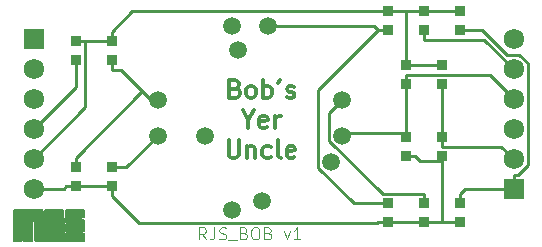
<source format=gbr>
%TF.GenerationSoftware,KiCad,Pcbnew,(5.1.9)-1*%
%TF.CreationDate,2021-03-10T13:48:37-05:00*%
%TF.ProjectId,RKJXT1F42001_Breakout,524b4a58-5431-4463-9432-3030315f4272,rev?*%
%TF.SameCoordinates,Original*%
%TF.FileFunction,Copper,L1,Top*%
%TF.FilePolarity,Positive*%
%FSLAX46Y46*%
G04 Gerber Fmt 4.6, Leading zero omitted, Abs format (unit mm)*
G04 Created by KiCad (PCBNEW (5.1.9)-1) date 2021-03-10 13:48:37*
%MOMM*%
%LPD*%
G01*
G04 APERTURE LIST*
%TA.AperFunction,NonConductor*%
%ADD10C,0.300000*%
%TD*%
%TA.AperFunction,NonConductor*%
%ADD11C,0.120000*%
%TD*%
%TA.AperFunction,EtchedComponent*%
%ADD12C,0.010000*%
%TD*%
%TA.AperFunction,ComponentPad*%
%ADD13C,1.500000*%
%TD*%
%TA.AperFunction,SMDPad,CuDef*%
%ADD14R,0.950000X0.900000*%
%TD*%
%TA.AperFunction,ComponentPad*%
%ADD15R,1.725000X1.725000*%
%TD*%
%TA.AperFunction,ComponentPad*%
%ADD16C,1.725000*%
%TD*%
%TA.AperFunction,Conductor*%
%ADD17C,0.250000*%
%TD*%
G04 APERTURE END LIST*
D10*
X139009714Y-72780857D02*
X139224000Y-72852285D01*
X139295428Y-72923714D01*
X139366857Y-73066571D01*
X139366857Y-73280857D01*
X139295428Y-73423714D01*
X139224000Y-73495142D01*
X139081142Y-73566571D01*
X138509714Y-73566571D01*
X138509714Y-72066571D01*
X139009714Y-72066571D01*
X139152571Y-72138000D01*
X139224000Y-72209428D01*
X139295428Y-72352285D01*
X139295428Y-72495142D01*
X139224000Y-72638000D01*
X139152571Y-72709428D01*
X139009714Y-72780857D01*
X138509714Y-72780857D01*
X140224000Y-73566571D02*
X140081142Y-73495142D01*
X140009714Y-73423714D01*
X139938285Y-73280857D01*
X139938285Y-72852285D01*
X140009714Y-72709428D01*
X140081142Y-72638000D01*
X140224000Y-72566571D01*
X140438285Y-72566571D01*
X140581142Y-72638000D01*
X140652571Y-72709428D01*
X140724000Y-72852285D01*
X140724000Y-73280857D01*
X140652571Y-73423714D01*
X140581142Y-73495142D01*
X140438285Y-73566571D01*
X140224000Y-73566571D01*
X141366857Y-73566571D02*
X141366857Y-72066571D01*
X141366857Y-72638000D02*
X141509714Y-72566571D01*
X141795428Y-72566571D01*
X141938285Y-72638000D01*
X142009714Y-72709428D01*
X142081142Y-72852285D01*
X142081142Y-73280857D01*
X142009714Y-73423714D01*
X141938285Y-73495142D01*
X141795428Y-73566571D01*
X141509714Y-73566571D01*
X141366857Y-73495142D01*
X142795428Y-72066571D02*
X142652571Y-72352285D01*
X143366857Y-73495142D02*
X143509714Y-73566571D01*
X143795428Y-73566571D01*
X143938285Y-73495142D01*
X144009714Y-73352285D01*
X144009714Y-73280857D01*
X143938285Y-73138000D01*
X143795428Y-73066571D01*
X143581142Y-73066571D01*
X143438285Y-72995142D01*
X143366857Y-72852285D01*
X143366857Y-72780857D01*
X143438285Y-72638000D01*
X143581142Y-72566571D01*
X143795428Y-72566571D01*
X143938285Y-72638000D01*
X140116857Y-75402285D02*
X140116857Y-76116571D01*
X139616857Y-74616571D02*
X140116857Y-75402285D01*
X140616857Y-74616571D01*
X141688285Y-76045142D02*
X141545428Y-76116571D01*
X141259714Y-76116571D01*
X141116857Y-76045142D01*
X141045428Y-75902285D01*
X141045428Y-75330857D01*
X141116857Y-75188000D01*
X141259714Y-75116571D01*
X141545428Y-75116571D01*
X141688285Y-75188000D01*
X141759714Y-75330857D01*
X141759714Y-75473714D01*
X141045428Y-75616571D01*
X142402571Y-76116571D02*
X142402571Y-75116571D01*
X142402571Y-75402285D02*
X142474000Y-75259428D01*
X142545428Y-75188000D01*
X142688285Y-75116571D01*
X142831142Y-75116571D01*
X138438285Y-77166571D02*
X138438285Y-78380857D01*
X138509714Y-78523714D01*
X138581142Y-78595142D01*
X138724000Y-78666571D01*
X139009714Y-78666571D01*
X139152571Y-78595142D01*
X139224000Y-78523714D01*
X139295428Y-78380857D01*
X139295428Y-77166571D01*
X140009714Y-77666571D02*
X140009714Y-78666571D01*
X140009714Y-77809428D02*
X140081142Y-77738000D01*
X140224000Y-77666571D01*
X140438285Y-77666571D01*
X140581142Y-77738000D01*
X140652571Y-77880857D01*
X140652571Y-78666571D01*
X142009714Y-78595142D02*
X141866857Y-78666571D01*
X141581142Y-78666571D01*
X141438285Y-78595142D01*
X141366857Y-78523714D01*
X141295428Y-78380857D01*
X141295428Y-77952285D01*
X141366857Y-77809428D01*
X141438285Y-77738000D01*
X141581142Y-77666571D01*
X141866857Y-77666571D01*
X142009714Y-77738000D01*
X142866857Y-78666571D02*
X142724000Y-78595142D01*
X142652571Y-78452285D01*
X142652571Y-77166571D01*
X144009714Y-78595142D02*
X143866857Y-78666571D01*
X143581142Y-78666571D01*
X143438285Y-78595142D01*
X143366857Y-78452285D01*
X143366857Y-77880857D01*
X143438285Y-77738000D01*
X143581142Y-77666571D01*
X143866857Y-77666571D01*
X144009714Y-77738000D01*
X144081142Y-77880857D01*
X144081142Y-78023714D01*
X143366857Y-78166571D01*
D11*
X136517523Y-85542380D02*
X136184190Y-85066190D01*
X135946095Y-85542380D02*
X135946095Y-84542380D01*
X136327047Y-84542380D01*
X136422285Y-84590000D01*
X136469904Y-84637619D01*
X136517523Y-84732857D01*
X136517523Y-84875714D01*
X136469904Y-84970952D01*
X136422285Y-85018571D01*
X136327047Y-85066190D01*
X135946095Y-85066190D01*
X137231809Y-84542380D02*
X137231809Y-85256666D01*
X137184190Y-85399523D01*
X137088952Y-85494761D01*
X136946095Y-85542380D01*
X136850857Y-85542380D01*
X137660380Y-85494761D02*
X137803238Y-85542380D01*
X138041333Y-85542380D01*
X138136571Y-85494761D01*
X138184190Y-85447142D01*
X138231809Y-85351904D01*
X138231809Y-85256666D01*
X138184190Y-85161428D01*
X138136571Y-85113809D01*
X138041333Y-85066190D01*
X137850857Y-85018571D01*
X137755619Y-84970952D01*
X137708000Y-84923333D01*
X137660380Y-84828095D01*
X137660380Y-84732857D01*
X137708000Y-84637619D01*
X137755619Y-84590000D01*
X137850857Y-84542380D01*
X138088952Y-84542380D01*
X138231809Y-84590000D01*
X138422285Y-85637619D02*
X139184190Y-85637619D01*
X139755619Y-85018571D02*
X139898476Y-85066190D01*
X139946095Y-85113809D01*
X139993714Y-85209047D01*
X139993714Y-85351904D01*
X139946095Y-85447142D01*
X139898476Y-85494761D01*
X139803238Y-85542380D01*
X139422285Y-85542380D01*
X139422285Y-84542380D01*
X139755619Y-84542380D01*
X139850857Y-84590000D01*
X139898476Y-84637619D01*
X139946095Y-84732857D01*
X139946095Y-84828095D01*
X139898476Y-84923333D01*
X139850857Y-84970952D01*
X139755619Y-85018571D01*
X139422285Y-85018571D01*
X140612761Y-84542380D02*
X140803238Y-84542380D01*
X140898476Y-84590000D01*
X140993714Y-84685238D01*
X141041333Y-84875714D01*
X141041333Y-85209047D01*
X140993714Y-85399523D01*
X140898476Y-85494761D01*
X140803238Y-85542380D01*
X140612761Y-85542380D01*
X140517523Y-85494761D01*
X140422285Y-85399523D01*
X140374666Y-85209047D01*
X140374666Y-84875714D01*
X140422285Y-84685238D01*
X140517523Y-84590000D01*
X140612761Y-84542380D01*
X141803238Y-85018571D02*
X141946095Y-85066190D01*
X141993714Y-85113809D01*
X142041333Y-85209047D01*
X142041333Y-85351904D01*
X141993714Y-85447142D01*
X141946095Y-85494761D01*
X141850857Y-85542380D01*
X141469904Y-85542380D01*
X141469904Y-84542380D01*
X141803238Y-84542380D01*
X141898476Y-84590000D01*
X141946095Y-84637619D01*
X141993714Y-84732857D01*
X141993714Y-84828095D01*
X141946095Y-84923333D01*
X141898476Y-84970952D01*
X141803238Y-85018571D01*
X141469904Y-85018571D01*
X143136571Y-84875714D02*
X143374666Y-85542380D01*
X143612761Y-84875714D01*
X144517523Y-85542380D02*
X143946095Y-85542380D01*
X144231809Y-85542380D02*
X144231809Y-84542380D01*
X144136571Y-84685238D01*
X144041333Y-84780476D01*
X143946095Y-84828095D01*
D12*
%TO.C,G\u002A\u002A\u002A*%
G36*
X121505470Y-82968502D02*
G01*
X121651789Y-82968789D01*
X121794734Y-82969336D01*
X121931908Y-82970142D01*
X122060912Y-82971207D01*
X122179350Y-82972530D01*
X122284824Y-82974110D01*
X122374936Y-82975945D01*
X122447287Y-82978036D01*
X122499482Y-82980381D01*
X122529121Y-82982979D01*
X122531931Y-82983486D01*
X122600355Y-83009574D01*
X122653599Y-83053678D01*
X122688244Y-83112725D01*
X122693320Y-83128445D01*
X122695922Y-83148186D01*
X122698241Y-83187994D01*
X122700281Y-83248427D01*
X122702050Y-83330040D01*
X122703552Y-83433391D01*
X122704795Y-83559036D01*
X122705783Y-83707533D01*
X122706523Y-83879437D01*
X122707021Y-84075306D01*
X122707283Y-84295696D01*
X122707329Y-84434114D01*
X122707400Y-85689578D01*
X122412125Y-85684072D01*
X122308852Y-85681814D01*
X122227567Y-85678979D01*
X122164856Y-85675016D01*
X122117308Y-85669374D01*
X122081509Y-85661504D01*
X122054048Y-85650856D01*
X122031511Y-85636879D01*
X122010868Y-85619379D01*
X121997380Y-85607082D01*
X121985695Y-85595860D01*
X121975676Y-85583900D01*
X121967189Y-85569388D01*
X121960099Y-85550512D01*
X121954270Y-85525458D01*
X121949568Y-85492413D01*
X121945857Y-85449563D01*
X121943001Y-85395096D01*
X121940867Y-85327198D01*
X121939318Y-85244056D01*
X121938219Y-85143857D01*
X121937436Y-85024787D01*
X121936833Y-84885033D01*
X121936274Y-84722783D01*
X121935904Y-84613750D01*
X121935292Y-84464032D01*
X121934534Y-84321292D01*
X121933652Y-84187635D01*
X121932668Y-84065163D01*
X121931605Y-83955980D01*
X121930483Y-83862192D01*
X121929327Y-83785902D01*
X121928157Y-83729213D01*
X121926996Y-83694230D01*
X121926137Y-83683474D01*
X121913672Y-83661601D01*
X121885759Y-83654924D01*
X121883016Y-83654899D01*
X121852280Y-83661589D01*
X121838808Y-83674988D01*
X121837582Y-83690616D01*
X121836416Y-83729652D01*
X121835326Y-83790104D01*
X121834326Y-83869979D01*
X121833433Y-83967285D01*
X121832662Y-84080030D01*
X121832028Y-84206222D01*
X121831546Y-84343868D01*
X121831233Y-84490977D01*
X121831102Y-84645557D01*
X121831100Y-84671938D01*
X121831100Y-85648800D01*
X121056400Y-85648800D01*
X121056400Y-84667090D01*
X121056305Y-84475084D01*
X121056008Y-84307195D01*
X121055490Y-84162143D01*
X121054730Y-84038645D01*
X121053710Y-83935419D01*
X121052409Y-83851183D01*
X121050808Y-83784657D01*
X121048887Y-83734557D01*
X121046627Y-83699603D01*
X121044008Y-83678512D01*
X121041160Y-83670140D01*
X121012567Y-83656209D01*
X120980313Y-83659113D01*
X120956342Y-83677557D01*
X120955246Y-83679465D01*
X120952314Y-83697956D01*
X120949740Y-83741714D01*
X120947527Y-83810610D01*
X120945676Y-83904512D01*
X120944190Y-84023292D01*
X120943071Y-84166818D01*
X120942320Y-84334960D01*
X120941939Y-84527589D01*
X120941891Y-84609740D01*
X120941682Y-85515450D01*
X120913316Y-85565055D01*
X120891217Y-85598993D01*
X120865942Y-85626093D01*
X120834513Y-85647099D01*
X120793954Y-85662751D01*
X120741288Y-85673792D01*
X120673538Y-85680963D01*
X120587728Y-85685006D01*
X120480881Y-85686662D01*
X120424575Y-85686826D01*
X120180100Y-85686900D01*
X120180100Y-84416394D01*
X120180111Y-84208647D01*
X120180164Y-84024777D01*
X120180288Y-83863259D01*
X120180511Y-83722571D01*
X120180863Y-83601188D01*
X120181372Y-83497587D01*
X120182068Y-83410245D01*
X120182979Y-83337637D01*
X120184135Y-83278240D01*
X120185563Y-83230530D01*
X120187294Y-83192985D01*
X120189355Y-83164079D01*
X120191777Y-83142290D01*
X120194587Y-83126095D01*
X120197815Y-83113968D01*
X120201489Y-83104387D01*
X120205145Y-83096794D01*
X120243370Y-83041221D01*
X120294061Y-83004281D01*
X120359040Y-82982741D01*
X120384222Y-82980113D01*
X120432404Y-82977755D01*
X120501190Y-82975664D01*
X120588182Y-82973841D01*
X120690981Y-82972285D01*
X120807190Y-82970994D01*
X120934412Y-82969969D01*
X121070249Y-82969208D01*
X121212302Y-82968711D01*
X121358175Y-82968476D01*
X121505470Y-82968502D01*
G37*
X121505470Y-82968502D02*
X121651789Y-82968789D01*
X121794734Y-82969336D01*
X121931908Y-82970142D01*
X122060912Y-82971207D01*
X122179350Y-82972530D01*
X122284824Y-82974110D01*
X122374936Y-82975945D01*
X122447287Y-82978036D01*
X122499482Y-82980381D01*
X122529121Y-82982979D01*
X122531931Y-82983486D01*
X122600355Y-83009574D01*
X122653599Y-83053678D01*
X122688244Y-83112725D01*
X122693320Y-83128445D01*
X122695922Y-83148186D01*
X122698241Y-83187994D01*
X122700281Y-83248427D01*
X122702050Y-83330040D01*
X122703552Y-83433391D01*
X122704795Y-83559036D01*
X122705783Y-83707533D01*
X122706523Y-83879437D01*
X122707021Y-84075306D01*
X122707283Y-84295696D01*
X122707329Y-84434114D01*
X122707400Y-85689578D01*
X122412125Y-85684072D01*
X122308852Y-85681814D01*
X122227567Y-85678979D01*
X122164856Y-85675016D01*
X122117308Y-85669374D01*
X122081509Y-85661504D01*
X122054048Y-85650856D01*
X122031511Y-85636879D01*
X122010868Y-85619379D01*
X121997380Y-85607082D01*
X121985695Y-85595860D01*
X121975676Y-85583900D01*
X121967189Y-85569388D01*
X121960099Y-85550512D01*
X121954270Y-85525458D01*
X121949568Y-85492413D01*
X121945857Y-85449563D01*
X121943001Y-85395096D01*
X121940867Y-85327198D01*
X121939318Y-85244056D01*
X121938219Y-85143857D01*
X121937436Y-85024787D01*
X121936833Y-84885033D01*
X121936274Y-84722783D01*
X121935904Y-84613750D01*
X121935292Y-84464032D01*
X121934534Y-84321292D01*
X121933652Y-84187635D01*
X121932668Y-84065163D01*
X121931605Y-83955980D01*
X121930483Y-83862192D01*
X121929327Y-83785902D01*
X121928157Y-83729213D01*
X121926996Y-83694230D01*
X121926137Y-83683474D01*
X121913672Y-83661601D01*
X121885759Y-83654924D01*
X121883016Y-83654899D01*
X121852280Y-83661589D01*
X121838808Y-83674988D01*
X121837582Y-83690616D01*
X121836416Y-83729652D01*
X121835326Y-83790104D01*
X121834326Y-83869979D01*
X121833433Y-83967285D01*
X121832662Y-84080030D01*
X121832028Y-84206222D01*
X121831546Y-84343868D01*
X121831233Y-84490977D01*
X121831102Y-84645557D01*
X121831100Y-84671938D01*
X121831100Y-85648800D01*
X121056400Y-85648800D01*
X121056400Y-84667090D01*
X121056305Y-84475084D01*
X121056008Y-84307195D01*
X121055490Y-84162143D01*
X121054730Y-84038645D01*
X121053710Y-83935419D01*
X121052409Y-83851183D01*
X121050808Y-83784657D01*
X121048887Y-83734557D01*
X121046627Y-83699603D01*
X121044008Y-83678512D01*
X121041160Y-83670140D01*
X121012567Y-83656209D01*
X120980313Y-83659113D01*
X120956342Y-83677557D01*
X120955246Y-83679465D01*
X120952314Y-83697956D01*
X120949740Y-83741714D01*
X120947527Y-83810610D01*
X120945676Y-83904512D01*
X120944190Y-84023292D01*
X120943071Y-84166818D01*
X120942320Y-84334960D01*
X120941939Y-84527589D01*
X120941891Y-84609740D01*
X120941682Y-85515450D01*
X120913316Y-85565055D01*
X120891217Y-85598993D01*
X120865942Y-85626093D01*
X120834513Y-85647099D01*
X120793954Y-85662751D01*
X120741288Y-85673792D01*
X120673538Y-85680963D01*
X120587728Y-85685006D01*
X120480881Y-85686662D01*
X120424575Y-85686826D01*
X120180100Y-85686900D01*
X120180100Y-84416394D01*
X120180111Y-84208647D01*
X120180164Y-84024777D01*
X120180288Y-83863259D01*
X120180511Y-83722571D01*
X120180863Y-83601188D01*
X120181372Y-83497587D01*
X120182068Y-83410245D01*
X120182979Y-83337637D01*
X120184135Y-83278240D01*
X120185563Y-83230530D01*
X120187294Y-83192985D01*
X120189355Y-83164079D01*
X120191777Y-83142290D01*
X120194587Y-83126095D01*
X120197815Y-83113968D01*
X120201489Y-83104387D01*
X120205145Y-83096794D01*
X120243370Y-83041221D01*
X120294061Y-83004281D01*
X120359040Y-82982741D01*
X120384222Y-82980113D01*
X120432404Y-82977755D01*
X120501190Y-82975664D01*
X120588182Y-82973841D01*
X120690981Y-82972285D01*
X120807190Y-82970994D01*
X120934412Y-82969969D01*
X121070249Y-82969208D01*
X121212302Y-82968711D01*
X121358175Y-82968476D01*
X121505470Y-82968502D01*
G36*
X123789670Y-82975467D02*
G01*
X123909018Y-82975585D01*
X124007522Y-82975896D01*
X124087459Y-82976496D01*
X124151108Y-82977479D01*
X124200745Y-82978941D01*
X124238648Y-82980975D01*
X124267096Y-82983678D01*
X124288365Y-82987144D01*
X124304735Y-82991467D01*
X124318482Y-82996742D01*
X124331884Y-83003064D01*
X124333837Y-83004026D01*
X124390359Y-83043672D01*
X124422737Y-83086576D01*
X124453650Y-83140550D01*
X124461342Y-84150200D01*
X123685300Y-84150200D01*
X123685300Y-83917790D01*
X123684967Y-83829651D01*
X123683484Y-83763711D01*
X123680120Y-83716771D01*
X123674145Y-83685632D01*
X123664829Y-83667098D01*
X123651443Y-83657969D01*
X123633255Y-83655048D01*
X123625295Y-83654900D01*
X123608507Y-83657754D01*
X123595504Y-83668157D01*
X123585823Y-83688868D01*
X123579002Y-83722647D01*
X123574582Y-83772253D01*
X123572099Y-83840447D01*
X123571093Y-83929987D01*
X123571000Y-83979576D01*
X123571000Y-84239100D01*
X124460000Y-84239100D01*
X124460000Y-84912200D01*
X123571000Y-84912200D01*
X123571000Y-85686900D01*
X122809000Y-85686900D01*
X122809000Y-84416492D01*
X122809051Y-84202583D01*
X122809217Y-84012690D01*
X122809517Y-83845430D01*
X122809967Y-83699418D01*
X122810588Y-83573270D01*
X122811397Y-83465603D01*
X122812412Y-83375033D01*
X122813651Y-83300175D01*
X122815133Y-83239647D01*
X122816876Y-83192065D01*
X122818899Y-83156043D01*
X122821219Y-83130200D01*
X122823856Y-83113150D01*
X122826323Y-83104624D01*
X122859551Y-83053823D01*
X122909024Y-83012054D01*
X122965634Y-82986801D01*
X122971298Y-82985480D01*
X122993172Y-82983491D01*
X123037781Y-82981632D01*
X123102460Y-82979945D01*
X123184544Y-82978468D01*
X123281370Y-82977240D01*
X123390271Y-82976302D01*
X123508583Y-82975693D01*
X123633642Y-82975452D01*
X123647200Y-82975450D01*
X123789670Y-82975467D01*
G37*
X123789670Y-82975467D02*
X123909018Y-82975585D01*
X124007522Y-82975896D01*
X124087459Y-82976496D01*
X124151108Y-82977479D01*
X124200745Y-82978941D01*
X124238648Y-82980975D01*
X124267096Y-82983678D01*
X124288365Y-82987144D01*
X124304735Y-82991467D01*
X124318482Y-82996742D01*
X124331884Y-83003064D01*
X124333837Y-83004026D01*
X124390359Y-83043672D01*
X124422737Y-83086576D01*
X124453650Y-83140550D01*
X124461342Y-84150200D01*
X123685300Y-84150200D01*
X123685300Y-83917790D01*
X123684967Y-83829651D01*
X123683484Y-83763711D01*
X123680120Y-83716771D01*
X123674145Y-83685632D01*
X123664829Y-83667098D01*
X123651443Y-83657969D01*
X123633255Y-83655048D01*
X123625295Y-83654900D01*
X123608507Y-83657754D01*
X123595504Y-83668157D01*
X123585823Y-83688868D01*
X123579002Y-83722647D01*
X123574582Y-83772253D01*
X123572099Y-83840447D01*
X123571093Y-83929987D01*
X123571000Y-83979576D01*
X123571000Y-84239100D01*
X124460000Y-84239100D01*
X124460000Y-84912200D01*
X123571000Y-84912200D01*
X123571000Y-85686900D01*
X122809000Y-85686900D01*
X122809000Y-84416492D01*
X122809051Y-84202583D01*
X122809217Y-84012690D01*
X122809517Y-83845430D01*
X122809967Y-83699418D01*
X122810588Y-83573270D01*
X122811397Y-83465603D01*
X122812412Y-83375033D01*
X122813651Y-83300175D01*
X122815133Y-83239647D01*
X122816876Y-83192065D01*
X122818899Y-83156043D01*
X122821219Y-83130200D01*
X122823856Y-83113150D01*
X122826323Y-83104624D01*
X122859551Y-83053823D01*
X122909024Y-83012054D01*
X122965634Y-82986801D01*
X122971298Y-82985480D01*
X122993172Y-82983491D01*
X123037781Y-82981632D01*
X123102460Y-82979945D01*
X123184544Y-82978468D01*
X123281370Y-82977240D01*
X123390271Y-82976302D01*
X123508583Y-82975693D01*
X123633642Y-82975452D01*
X123647200Y-82975450D01*
X123789670Y-82975467D01*
G36*
X126199900Y-85686900D02*
G01*
X123672600Y-85686900D01*
X123672600Y-85013800D01*
X126199900Y-85013800D01*
X126199900Y-85686900D01*
G37*
X126199900Y-85686900D02*
X123672600Y-85686900D01*
X123672600Y-85013800D01*
X126199900Y-85013800D01*
X126199900Y-85686900D01*
G36*
X125727082Y-82971288D02*
G01*
X125820988Y-82972878D01*
X125897762Y-82975509D01*
X125959467Y-82979300D01*
X126008169Y-82984369D01*
X126045933Y-82990836D01*
X126074823Y-82998821D01*
X126096906Y-83008441D01*
X126110597Y-83017058D01*
X126135966Y-83042741D01*
X126162214Y-83080063D01*
X126171325Y-83096359D01*
X126181049Y-83116823D01*
X126188281Y-83137478D01*
X126193388Y-83162350D01*
X126196735Y-83195462D01*
X126198691Y-83240841D01*
X126199620Y-83302510D01*
X126199892Y-83384495D01*
X126199900Y-83409940D01*
X126199900Y-83667600D01*
X125437900Y-83667600D01*
X125437900Y-83623976D01*
X125432141Y-83566302D01*
X125414543Y-83530498D01*
X125384625Y-83515715D01*
X125376073Y-83515200D01*
X125353484Y-83517517D01*
X125338447Y-83527273D01*
X125329462Y-83548674D01*
X125325028Y-83585924D01*
X125323645Y-83643229D01*
X125323600Y-83662288D01*
X125323600Y-83769200D01*
X125625225Y-83769273D01*
X125750381Y-83769840D01*
X125852863Y-83771894D01*
X125935381Y-83776067D01*
X126000646Y-83782991D01*
X126051368Y-83793295D01*
X126090258Y-83807613D01*
X126120026Y-83826574D01*
X126143384Y-83850811D01*
X126163043Y-83880955D01*
X126171325Y-83896459D01*
X126179363Y-83912995D01*
X126185733Y-83929647D01*
X126190628Y-83949449D01*
X126194244Y-83975434D01*
X126196772Y-84010637D01*
X126198408Y-84058090D01*
X126199344Y-84120829D01*
X126199776Y-84201886D01*
X126199895Y-84304295D01*
X126199900Y-84343798D01*
X126199755Y-84461621D01*
X126199049Y-84556925D01*
X126197376Y-84632591D01*
X126194331Y-84691498D01*
X126189507Y-84736528D01*
X126182497Y-84770561D01*
X126172897Y-84796477D01*
X126160299Y-84817157D01*
X126144298Y-84835482D01*
X126128439Y-84850691D01*
X126090875Y-84876849D01*
X126046840Y-84896560D01*
X126041150Y-84898245D01*
X126018133Y-84901043D01*
X125972914Y-84903507D01*
X125908550Y-84905636D01*
X125828100Y-84907425D01*
X125734621Y-84908872D01*
X125631170Y-84909973D01*
X125520806Y-84910724D01*
X125406584Y-84911124D01*
X125291564Y-84911168D01*
X125178802Y-84910854D01*
X125071356Y-84910177D01*
X124972285Y-84909136D01*
X124884644Y-84907726D01*
X124811492Y-84905945D01*
X124755887Y-84903789D01*
X124720886Y-84901255D01*
X124711350Y-84899647D01*
X124654944Y-84872684D01*
X124605172Y-84831227D01*
X124577462Y-84793723D01*
X124569593Y-84775291D01*
X124563574Y-84750339D01*
X124559067Y-84715153D01*
X124555736Y-84666018D01*
X124553245Y-84599222D01*
X124551258Y-84511049D01*
X124551105Y-84502625D01*
X124546603Y-84251800D01*
X125323600Y-84251800D01*
X125323600Y-84315572D01*
X125325196Y-84354818D01*
X125332301Y-84376994D01*
X125348389Y-84390348D01*
X125356841Y-84394490D01*
X125382869Y-84402705D01*
X125401438Y-84394175D01*
X125413991Y-84380111D01*
X125427551Y-84356615D01*
X125435033Y-84323612D01*
X125437790Y-84274162D01*
X125437900Y-84257458D01*
X125437900Y-84164330D01*
X125072775Y-84160440D01*
X124958594Y-84159083D01*
X124866855Y-84157289D01*
X124794601Y-84154436D01*
X124738874Y-84149900D01*
X124696717Y-84143057D01*
X124665173Y-84133285D01*
X124641283Y-84119959D01*
X124622091Y-84102457D01*
X124604640Y-84080155D01*
X124590120Y-84058705D01*
X124555250Y-84006019D01*
X124555250Y-83573284D01*
X124555312Y-83456638D01*
X124555601Y-83362572D01*
X124556273Y-83288265D01*
X124557482Y-83230896D01*
X124559383Y-83187646D01*
X124562132Y-83155694D01*
X124565883Y-83132219D01*
X124570791Y-83114402D01*
X124577012Y-83099421D01*
X124581815Y-83089904D01*
X124616529Y-83043931D01*
X124669606Y-83007736D01*
X124670346Y-83007354D01*
X124732311Y-82975450D01*
X125321910Y-82971570D01*
X125479608Y-82970753D01*
X125613976Y-82970619D01*
X125727082Y-82971288D01*
G37*
X125727082Y-82971288D02*
X125820988Y-82972878D01*
X125897762Y-82975509D01*
X125959467Y-82979300D01*
X126008169Y-82984369D01*
X126045933Y-82990836D01*
X126074823Y-82998821D01*
X126096906Y-83008441D01*
X126110597Y-83017058D01*
X126135966Y-83042741D01*
X126162214Y-83080063D01*
X126171325Y-83096359D01*
X126181049Y-83116823D01*
X126188281Y-83137478D01*
X126193388Y-83162350D01*
X126196735Y-83195462D01*
X126198691Y-83240841D01*
X126199620Y-83302510D01*
X126199892Y-83384495D01*
X126199900Y-83409940D01*
X126199900Y-83667600D01*
X125437900Y-83667600D01*
X125437900Y-83623976D01*
X125432141Y-83566302D01*
X125414543Y-83530498D01*
X125384625Y-83515715D01*
X125376073Y-83515200D01*
X125353484Y-83517517D01*
X125338447Y-83527273D01*
X125329462Y-83548674D01*
X125325028Y-83585924D01*
X125323645Y-83643229D01*
X125323600Y-83662288D01*
X125323600Y-83769200D01*
X125625225Y-83769273D01*
X125750381Y-83769840D01*
X125852863Y-83771894D01*
X125935381Y-83776067D01*
X126000646Y-83782991D01*
X126051368Y-83793295D01*
X126090258Y-83807613D01*
X126120026Y-83826574D01*
X126143384Y-83850811D01*
X126163043Y-83880955D01*
X126171325Y-83896459D01*
X126179363Y-83912995D01*
X126185733Y-83929647D01*
X126190628Y-83949449D01*
X126194244Y-83975434D01*
X126196772Y-84010637D01*
X126198408Y-84058090D01*
X126199344Y-84120829D01*
X126199776Y-84201886D01*
X126199895Y-84304295D01*
X126199900Y-84343798D01*
X126199755Y-84461621D01*
X126199049Y-84556925D01*
X126197376Y-84632591D01*
X126194331Y-84691498D01*
X126189507Y-84736528D01*
X126182497Y-84770561D01*
X126172897Y-84796477D01*
X126160299Y-84817157D01*
X126144298Y-84835482D01*
X126128439Y-84850691D01*
X126090875Y-84876849D01*
X126046840Y-84896560D01*
X126041150Y-84898245D01*
X126018133Y-84901043D01*
X125972914Y-84903507D01*
X125908550Y-84905636D01*
X125828100Y-84907425D01*
X125734621Y-84908872D01*
X125631170Y-84909973D01*
X125520806Y-84910724D01*
X125406584Y-84911124D01*
X125291564Y-84911168D01*
X125178802Y-84910854D01*
X125071356Y-84910177D01*
X124972285Y-84909136D01*
X124884644Y-84907726D01*
X124811492Y-84905945D01*
X124755887Y-84903789D01*
X124720886Y-84901255D01*
X124711350Y-84899647D01*
X124654944Y-84872684D01*
X124605172Y-84831227D01*
X124577462Y-84793723D01*
X124569593Y-84775291D01*
X124563574Y-84750339D01*
X124559067Y-84715153D01*
X124555736Y-84666018D01*
X124553245Y-84599222D01*
X124551258Y-84511049D01*
X124551105Y-84502625D01*
X124546603Y-84251800D01*
X125323600Y-84251800D01*
X125323600Y-84315572D01*
X125325196Y-84354818D01*
X125332301Y-84376994D01*
X125348389Y-84390348D01*
X125356841Y-84394490D01*
X125382869Y-84402705D01*
X125401438Y-84394175D01*
X125413991Y-84380111D01*
X125427551Y-84356615D01*
X125435033Y-84323612D01*
X125437790Y-84274162D01*
X125437900Y-84257458D01*
X125437900Y-84164330D01*
X125072775Y-84160440D01*
X124958594Y-84159083D01*
X124866855Y-84157289D01*
X124794601Y-84154436D01*
X124738874Y-84149900D01*
X124696717Y-84143057D01*
X124665173Y-84133285D01*
X124641283Y-84119959D01*
X124622091Y-84102457D01*
X124604640Y-84080155D01*
X124590120Y-84058705D01*
X124555250Y-84006019D01*
X124555250Y-83573284D01*
X124555312Y-83456638D01*
X124555601Y-83362572D01*
X124556273Y-83288265D01*
X124557482Y-83230896D01*
X124559383Y-83187646D01*
X124562132Y-83155694D01*
X124565883Y-83132219D01*
X124570791Y-83114402D01*
X124577012Y-83099421D01*
X124581815Y-83089904D01*
X124616529Y-83043931D01*
X124669606Y-83007736D01*
X124670346Y-83007354D01*
X124732311Y-82975450D01*
X125321910Y-82971570D01*
X125479608Y-82970753D01*
X125613976Y-82970619D01*
X125727082Y-82971288D01*
%TD*%
D13*
%TO.P,RJS1,1*%
%TO.N,Net-(J1-Pad1)*%
X138755000Y-83080000D03*
%TO.P,RJS1,2*%
%TO.N,Net-(J1-Pad2)*%
X141255000Y-82260000D03*
%TO.P,RJS1,3*%
%TO.N,Net-(J1-Pad3)*%
X147115000Y-79030000D03*
%TO.P,RJS1,4*%
%TO.N,Net-(J1-Pad4)*%
X148055000Y-76780000D03*
%TO.P,RJS1,5*%
%TO.N,Net-(J1-Pad5)*%
X148055000Y-73780000D03*
%TO.P,RJS1,6*%
%TO.N,Net-(J1-Pad6)*%
X141755000Y-67480000D03*
%TO.P,RJS1,7*%
%TO.N,Net-(J2-Pad2)*%
X139255000Y-69500000D03*
%TO.P,RJS1,8*%
%TO.N,Net-(J2-Pad1)*%
X138755000Y-67480000D03*
%TO.P,RJS1,9*%
%TO.N,Net-(J2-Pad3)*%
X132455000Y-73780000D03*
%TO.P,RJS1,10*%
%TO.N,Net-(J2-Pad4)*%
X132455000Y-76780000D03*
%TO.P,RJS1,11*%
%TO.N,Net-(RJS1-Pad11)*%
X136455000Y-76780000D03*
%TD*%
D14*
%TO.P,R12,1*%
%TO.N,Net-(J2-Pad5)*%
X125476000Y-68796000D03*
%TO.P,R12,2*%
%TO.N,Net-(J2-Pad4)*%
X125476000Y-70396000D03*
%TD*%
%TO.P,R13,1*%
%TO.N,Net-(J2-Pad6)*%
X128524000Y-81064000D03*
%TO.P,R13,2*%
%TO.N,Net-(J2-Pad4)*%
X128524000Y-79464000D03*
%TD*%
%TO.P,R14,1*%
%TO.N,Net-(J2-Pad5)*%
X128524000Y-68796000D03*
%TO.P,R14,2*%
%TO.N,Net-(J2-Pad3)*%
X128524000Y-70396000D03*
%TD*%
%TO.P,R11,1*%
%TO.N,Net-(J2-Pad6)*%
X125476000Y-81064000D03*
%TO.P,R11,2*%
%TO.N,Net-(J2-Pad3)*%
X125476000Y-79464000D03*
%TD*%
%TO.P,R10,1*%
%TO.N,Net-(J1-Pad1)*%
X157988000Y-67856000D03*
%TO.P,R10,2*%
%TO.N,Net-(J2-Pad5)*%
X157988000Y-66256000D03*
%TD*%
%TO.P,R9,1*%
%TO.N,Net-(J1-Pad1)*%
X157988000Y-82512000D03*
%TO.P,R9,2*%
%TO.N,Net-(J2-Pad6)*%
X157988000Y-84112000D03*
%TD*%
%TO.P,R8,1*%
%TO.N,Net-(J1-Pad2)*%
X156464000Y-72428000D03*
%TO.P,R8,2*%
%TO.N,Net-(J2-Pad5)*%
X156464000Y-70828000D03*
%TD*%
%TO.P,R7,1*%
%TO.N,Net-(J1-Pad2)*%
X156464000Y-76924000D03*
%TO.P,R7,2*%
%TO.N,Net-(J2-Pad6)*%
X156464000Y-78524000D03*
%TD*%
%TO.P,R6,1*%
%TO.N,Net-(J1-Pad4)*%
X153416000Y-72428000D03*
%TO.P,R6,2*%
%TO.N,Net-(J2-Pad5)*%
X153416000Y-70828000D03*
%TD*%
%TO.P,R5,1*%
%TO.N,Net-(J1-Pad4)*%
X153416000Y-76924000D03*
%TO.P,R5,2*%
%TO.N,Net-(J2-Pad6)*%
X153416000Y-78524000D03*
%TD*%
%TO.P,R4,1*%
%TO.N,Net-(J1-Pad5)*%
X154940000Y-67856000D03*
%TO.P,R4,2*%
%TO.N,Net-(J2-Pad5)*%
X154940000Y-66256000D03*
%TD*%
%TO.P,R3,1*%
%TO.N,Net-(J1-Pad5)*%
X154940000Y-82512000D03*
%TO.P,R3,2*%
%TO.N,Net-(J2-Pad6)*%
X154940000Y-84112000D03*
%TD*%
%TO.P,R2,1*%
%TO.N,Net-(J1-Pad6)*%
X151892000Y-67856000D03*
%TO.P,R2,2*%
%TO.N,Net-(J2-Pad5)*%
X151892000Y-66256000D03*
%TD*%
%TO.P,R1,1*%
%TO.N,Net-(J1-Pad6)*%
X151892000Y-82512000D03*
%TO.P,R1,2*%
%TO.N,Net-(J2-Pad6)*%
X151892000Y-84112000D03*
%TD*%
D15*
%TO.P,J2,1*%
%TO.N,Net-(J2-Pad1)*%
X121920000Y-68580000D03*
D16*
%TO.P,J2,2*%
%TO.N,Net-(J2-Pad2)*%
X121920000Y-71120000D03*
%TO.P,J2,3*%
%TO.N,Net-(J2-Pad3)*%
X121920000Y-73660000D03*
%TO.P,J2,4*%
%TO.N,Net-(J2-Pad4)*%
X121920000Y-76200000D03*
%TO.P,J2,5*%
%TO.N,Net-(J2-Pad5)*%
X121920000Y-78740000D03*
%TO.P,J2,6*%
%TO.N,Net-(J2-Pad6)*%
X121920000Y-81280000D03*
%TD*%
D15*
%TO.P,J1,1*%
%TO.N,Net-(J1-Pad1)*%
X162560000Y-81280000D03*
D16*
%TO.P,J1,2*%
%TO.N,Net-(J1-Pad2)*%
X162560000Y-78740000D03*
%TO.P,J1,3*%
%TO.N,Net-(J1-Pad3)*%
X162560000Y-76200000D03*
%TO.P,J1,4*%
%TO.N,Net-(J1-Pad4)*%
X162560000Y-73660000D03*
%TO.P,J1,5*%
%TO.N,Net-(J1-Pad5)*%
X162560000Y-71120000D03*
%TO.P,J1,6*%
%TO.N,Net-(J1-Pad6)*%
X162560000Y-68580000D03*
%TD*%
D17*
%TO.N,Net-(J1-Pad1)*%
X162560000Y-81280000D02*
X162560000Y-80092200D01*
X162560000Y-80092200D02*
X162931200Y-80092200D01*
X162931200Y-80092200D02*
X163772600Y-79250800D01*
X163772600Y-79250800D02*
X163772600Y-70644000D01*
X163772600Y-70644000D02*
X163060700Y-69932100D01*
X163060700Y-69932100D02*
X162009000Y-69932100D01*
X162009000Y-69932100D02*
X159932900Y-67856000D01*
X159932900Y-67856000D02*
X157988000Y-67856000D01*
X162560000Y-81280000D02*
X158444700Y-81280000D01*
X158444700Y-81280000D02*
X157988000Y-81736700D01*
X157988000Y-82512000D02*
X157988000Y-81736700D01*
%TO.N,Net-(J1-Pad2)*%
X156464000Y-76924000D02*
X156464000Y-77699300D01*
X162560000Y-78740000D02*
X161519300Y-77699300D01*
X161519300Y-77699300D02*
X156464000Y-77699300D01*
X156464000Y-76924000D02*
X156464000Y-72428000D01*
%TO.N,Net-(J1-Pad4)*%
X153416000Y-76536300D02*
X148298700Y-76536300D01*
X148298700Y-76536300D02*
X148055000Y-76780000D01*
X153416000Y-76536300D02*
X153416000Y-76148700D01*
X153416000Y-76924000D02*
X153416000Y-76536300D01*
X153416000Y-72428000D02*
X153416000Y-71652700D01*
X162560000Y-73660000D02*
X160552700Y-71652700D01*
X160552700Y-71652700D02*
X153416000Y-71652700D01*
X153416000Y-76148700D02*
X153416000Y-73203300D01*
X153416000Y-72428000D02*
X153416000Y-73203300D01*
%TO.N,Net-(J1-Pad5)*%
X154940000Y-82512000D02*
X154940000Y-81736700D01*
X148055000Y-73780000D02*
X146962500Y-74872500D01*
X146962500Y-74872500D02*
X146962500Y-77230500D01*
X146962500Y-77230500D02*
X151468700Y-81736700D01*
X151468700Y-81736700D02*
X154940000Y-81736700D01*
X154940000Y-67856000D02*
X154940000Y-68631300D01*
X162560000Y-71120000D02*
X160071300Y-68631300D01*
X160071300Y-68631300D02*
X154940000Y-68631300D01*
%TO.N,Net-(J1-Pad6)*%
X151892000Y-82512000D02*
X149061600Y-82512000D01*
X149061600Y-82512000D02*
X146037500Y-79487900D01*
X146037500Y-79487900D02*
X146037500Y-72910200D01*
X146037500Y-72910200D02*
X151091700Y-67856000D01*
X151892000Y-67856000D02*
X151091700Y-67856000D01*
X141755000Y-67480000D02*
X150715700Y-67480000D01*
X150715700Y-67480000D02*
X151091700Y-67856000D01*
%TO.N,Net-(J2-Pad3)*%
X128524000Y-70396000D02*
X128524000Y-71171300D01*
X131146400Y-73018300D02*
X129299300Y-71171300D01*
X129299300Y-71171300D02*
X128524000Y-71171300D01*
X132455000Y-73780000D02*
X131908000Y-73780000D01*
X131908000Y-73780000D02*
X131146400Y-73018300D01*
X125476000Y-78688700D02*
X131146400Y-73018300D01*
X125476000Y-79464000D02*
X125476000Y-78688700D01*
%TO.N,Net-(J2-Pad4)*%
X121920000Y-76200000D02*
X125476000Y-72644000D01*
X125476000Y-72644000D02*
X125476000Y-70396000D01*
X128524000Y-79464000D02*
X129771000Y-79464000D01*
X129771000Y-79464000D02*
X132455000Y-76780000D01*
%TO.N,Net-(J2-Pad5)*%
X153416000Y-66256000D02*
X151892000Y-66256000D01*
X154940000Y-66256000D02*
X153416000Y-66256000D01*
X153416000Y-66256000D02*
X153416000Y-70828000D01*
X128524000Y-68796000D02*
X128524000Y-68020700D01*
X151892000Y-66256000D02*
X130288700Y-66256000D01*
X130288700Y-66256000D02*
X128524000Y-68020700D01*
X126276300Y-68796000D02*
X126276300Y-74383700D01*
X126276300Y-74383700D02*
X121920000Y-78740000D01*
X126276300Y-68796000D02*
X128524000Y-68796000D01*
X126163700Y-68796000D02*
X126276300Y-68796000D01*
X125476000Y-68796000D02*
X126163700Y-68796000D01*
X153416000Y-70828000D02*
X156464000Y-70828000D01*
X154940000Y-66256000D02*
X157988000Y-66256000D01*
%TO.N,Net-(J2-Pad6)*%
X153416000Y-78524000D02*
X154216300Y-78524000D01*
X156464000Y-78911600D02*
X154603900Y-78911600D01*
X154603900Y-78911600D02*
X154216300Y-78524000D01*
X156464000Y-78911600D02*
X156464000Y-79299300D01*
X156464000Y-78524000D02*
X156464000Y-78911600D01*
X156464000Y-84112000D02*
X157988000Y-84112000D01*
X154940000Y-84112000D02*
X156464000Y-84112000D01*
X156464000Y-84112000D02*
X156464000Y-79299300D01*
X125476000Y-81064000D02*
X124675700Y-81064000D01*
X121920000Y-81280000D02*
X124459700Y-81280000D01*
X124459700Y-81280000D02*
X124675700Y-81064000D01*
X125476000Y-81064000D02*
X128524000Y-81064000D01*
X151892000Y-84112000D02*
X151091700Y-84112000D01*
X151091700Y-84112000D02*
X151013600Y-84190100D01*
X151013600Y-84190100D02*
X130874800Y-84190100D01*
X130874800Y-84190100D02*
X128524000Y-81839300D01*
X154940000Y-84112000D02*
X151892000Y-84112000D01*
X128524000Y-81064000D02*
X128524000Y-81839300D01*
%TD*%
M02*

</source>
